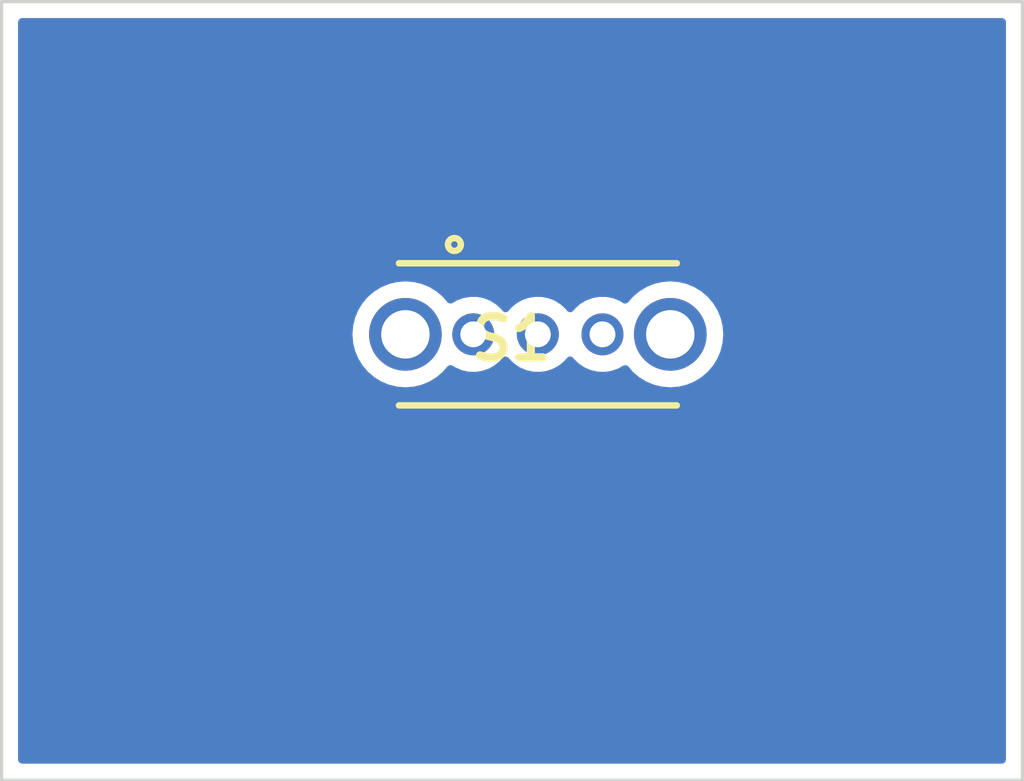
<source format=kicad_pcb>
(kicad_pcb (version 20211014) (generator pcbnew)
  (layers (0 "F.Cu" signal) (31 "B.Cu" signal) (34 "B.Paste" user) (35 "F.Paste" user) (36 "B.SilkS" user "B.Silkscreen") (37 "F.SilkS" user "F.Silkscreen") (38 "B.Mask" user) (39 "F.Mask" user) (44 "Edge.Cuts" user))
  (net 0 "")
  (footprint "CC_Switches:OS102011MA1QN1" (layer "F.Cu") (at 140.8 62)
    (fp_text reference "S1" (at -0.822 0.137) (layer "F.SilkS") (effects (font (size 1.27 1.27) (thickness 0.254))))
    (fp_text value "OS102011MA1QN1" hide)
    (fp_line (start -4.3 2.2) (end 4.3 2.2) (layer "F.SilkS") (width 0.2))
    (fp_line (start -4.3 -2.2) (end 4.3 -2.2) (layer "F.SilkS") (width 0.2))
    (fp_circle (center -2.583 -2.781) (end -2.583 -2.68172) (layer "F.SilkS") (width 0.2) (fill none))
    (pad "1" thru_hole circle (at -2 0) (size 1.3 1.3) (drill 0.8) (layers *.Cu *.Mask))
    (pad "2" thru_hole circle (at 0 0) (size 1.3 1.3) (drill 0.8) (layers *.Cu *.Mask))
    (pad "3" thru_hole circle (at 2 0) (size 1.3 1.3) (drill 0.8) (layers *.Cu *.Mask))
    (pad "4" thru_hole circle (at -4.1 0) (size 2.25 2.25) (drill 1.5) (layers *.Cu *.Mask))
    (pad "5" thru_hole circle (at 4.1 0) (size 2.25 2.25) (drill 1.5) (layers *.Cu *.Mask))
  )
  (gr_rect (start 155.8 51.7) (end 124.2 75.8) (layer "Edge.Cuts") (width 0.1) (fill none))
  (segment (start 131.4 62.4) (end 141.1 72.1) (width 0.25) (layer "F.Cu") (net 0))
  (segment (start 141.1 72.1) (end 145 72.1) (width 0.25) (layer "F.Cu") (net 0))
  (segment (start 138.7 55.1) (end 131.4 62.4) (width 0.25) (layer "F.Cu") (net 0))
  (segment (start 141.5 55.1) (end 138.7 55.1) (width 0.25) (layer "F.Cu") (net 0))
  (segment (start 145 72.1) (end 146.6 70.5) (width 0.25) (layer "F.Cu") (net 0))
  (zone (net 0) (net_name "") (layer "B.Cu") (connect_pads (clearance 0.508)) (min_thickness 0.254) (fill yes (thermal_gap 0.508) (thermal_bridge_width 0.508))
    (polygon (pts (xy 155.8 75.7) (xy 124.4 75.7) (xy 124.4 51.8) (xy 155.8 51.8)))
  )
)
</source>
